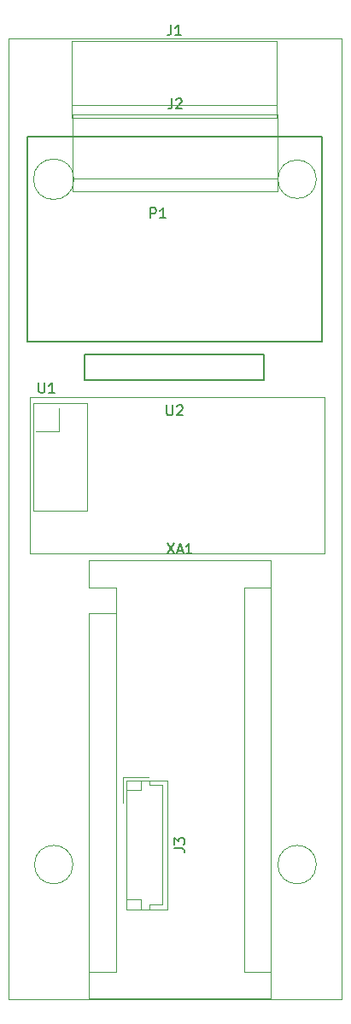
<source format=gbr>
G04 #@! TF.FileFunction,Legend,Top*
%FSLAX46Y46*%
G04 Gerber Fmt 4.6, Leading zero omitted, Abs format (unit mm)*
G04 Created by KiCad (PCBNEW 4.0.7) date 10/21/18 23:26:18*
%MOMM*%
%LPD*%
G01*
G04 APERTURE LIST*
%ADD10C,0.100000*%
%ADD11C,0.120000*%
%ADD12C,0.150000*%
G04 APERTURE END LIST*
D10*
X33020000Y0D02*
X0Y0D01*
X0Y95250000D02*
X33020000Y95250000D01*
X30480000Y81280000D02*
G75*
G03X30480000Y81280000I-1905000J0D01*
G01*
X6453046Y81280000D02*
G75*
G03X6453046Y81280000I-2008046J0D01*
G01*
X30480000Y13335000D02*
G75*
G03X30480000Y13335000I-1905000J0D01*
G01*
X6350000Y13335000D02*
G75*
G03X6350000Y13335000I-1905000J0D01*
G01*
X33020000Y95250000D02*
X33020000Y0D01*
X0Y0D02*
X0Y95250000D01*
D11*
X6261100Y95021400D02*
X6261100Y87401400D01*
X26581100Y87401400D02*
X26581100Y95021400D01*
X26581100Y88671400D02*
X6261100Y88671400D01*
X6261100Y95021400D02*
X26581100Y95021400D01*
X6261100Y87401400D02*
X26581100Y87401400D01*
D12*
X1816100Y85496400D02*
X31026100Y85496400D01*
X31026100Y85496400D02*
X31026100Y65176400D01*
X31026100Y65176400D02*
X1816100Y65176400D01*
X1816100Y65176400D02*
X1816100Y85496400D01*
D11*
X2451100Y59080400D02*
X7785100Y59080400D01*
X7785100Y59080400D02*
X7785100Y48412400D01*
X7785100Y48412400D02*
X2451100Y48412400D01*
X2451100Y48412400D02*
X2451100Y48412400D01*
X4991100Y58572400D02*
X4991100Y56286400D01*
X4991100Y56286400D02*
X2705100Y56286400D01*
X2705100Y56286400D02*
X2705100Y56286400D01*
X2121100Y59656400D02*
X31321100Y59656400D01*
X31321100Y59656400D02*
X31321100Y44206400D01*
X31321100Y44206400D02*
X2121100Y44206400D01*
X2121100Y44206400D02*
X2121100Y59656400D01*
X2121100Y59656400D02*
X2121100Y59656400D01*
X2451100Y48412400D02*
X2451100Y59080400D01*
X2451100Y59080400D02*
X2451100Y59080400D01*
D12*
X7531100Y63906400D02*
X25311100Y63906400D01*
X25311100Y63906400D02*
X25311100Y61366400D01*
X25311100Y61366400D02*
X7531100Y61366400D01*
X7531100Y61366400D02*
X7531100Y63906400D01*
D11*
X10617200Y38277800D02*
X10617200Y40817800D01*
X10617200Y40817800D02*
X7947200Y40817800D01*
X7947200Y38277800D02*
X7947200Y47800D01*
X7947200Y43487800D02*
X7947200Y40817800D01*
X23317200Y40817800D02*
X25987200Y40817800D01*
X23317200Y40817800D02*
X23317200Y2717800D01*
X23317200Y2717800D02*
X25987200Y2717800D01*
X10617200Y38277800D02*
X7947200Y38277800D01*
X10617200Y38277800D02*
X10617200Y2717800D01*
X10617200Y2717800D02*
X7947200Y2717800D01*
X7947200Y47800D02*
X25987200Y47800D01*
X25987200Y47800D02*
X25987200Y43487800D01*
X25987200Y43487800D02*
X7947200Y43487800D01*
X6350000Y87739999D02*
X6350000Y80119999D01*
X26670000Y80119999D02*
X26670000Y87739999D01*
X26670000Y81389999D02*
X6350000Y81389999D01*
X6350000Y87739999D02*
X26670000Y87739999D01*
X6350000Y80119999D02*
X26670000Y80119999D01*
X15720000Y21700000D02*
X11620000Y21700000D01*
X11620000Y21700000D02*
X11620000Y8900000D01*
X11620000Y8900000D02*
X15720000Y8900000D01*
X15720000Y8900000D02*
X15720000Y21700000D01*
X13970000Y21700000D02*
X13970000Y21200000D01*
X13970000Y21200000D02*
X15220000Y21200000D01*
X15220000Y21200000D02*
X15220000Y9400000D01*
X15220000Y9400000D02*
X13970000Y9400000D01*
X13970000Y9400000D02*
X13970000Y8900000D01*
X13120000Y21700000D02*
X13120000Y20700000D01*
X13120000Y20700000D02*
X11620000Y20700000D01*
X13120000Y8900000D02*
X13120000Y9900000D01*
X13120000Y9900000D02*
X11620000Y9900000D01*
X13820000Y22000000D02*
X11320000Y22000000D01*
X11320000Y22000000D02*
X11320000Y19500000D01*
D12*
X16067767Y96559019D02*
X16067767Y95844733D01*
X16020147Y95701876D01*
X15924909Y95606638D01*
X15782052Y95559019D01*
X15686814Y95559019D01*
X17067767Y95559019D02*
X16496338Y95559019D01*
X16782052Y95559019D02*
X16782052Y96559019D01*
X16686814Y96416162D01*
X16591576Y96320924D01*
X16496338Y96273305D01*
X14032005Y77432019D02*
X14032005Y78432019D01*
X14412958Y78432019D01*
X14508196Y78384400D01*
X14555815Y78336781D01*
X14603434Y78241543D01*
X14603434Y78098686D01*
X14555815Y78003448D01*
X14508196Y77955829D01*
X14412958Y77908210D01*
X14032005Y77908210D01*
X15555815Y77432019D02*
X14984386Y77432019D01*
X15270100Y77432019D02*
X15270100Y78432019D01*
X15174862Y78289162D01*
X15079624Y78193924D01*
X14984386Y78146305D01*
X2959195Y61104019D02*
X2959195Y60294495D01*
X3006814Y60199257D01*
X3054433Y60151638D01*
X3149671Y60104019D01*
X3340148Y60104019D01*
X3435386Y60151638D01*
X3483005Y60199257D01*
X3530624Y60294495D01*
X3530624Y61104019D01*
X4530624Y60104019D02*
X3959195Y60104019D01*
X4244909Y60104019D02*
X4244909Y61104019D01*
X4149671Y60961162D01*
X4054433Y60865924D01*
X3959195Y60818305D01*
X15659195Y58874019D02*
X15659195Y58064495D01*
X15706814Y57969257D01*
X15754433Y57921638D01*
X15849671Y57874019D01*
X16040148Y57874019D01*
X16135386Y57921638D01*
X16183005Y57969257D01*
X16230624Y58064495D01*
X16230624Y58874019D01*
X16659195Y58778781D02*
X16706814Y58826400D01*
X16802052Y58874019D01*
X17040148Y58874019D01*
X17135386Y58826400D01*
X17183005Y58778781D01*
X17230624Y58683543D01*
X17230624Y58588305D01*
X17183005Y58445448D01*
X16611576Y57874019D01*
X17230624Y57874019D01*
X15729105Y45175419D02*
X16395772Y44175419D01*
X16395772Y45175419D02*
X15729105Y44175419D01*
X16729105Y44461133D02*
X17205296Y44461133D01*
X16633867Y44175419D02*
X16967200Y45175419D01*
X17300534Y44175419D01*
X18157677Y44175419D02*
X17586248Y44175419D01*
X17871962Y44175419D02*
X17871962Y45175419D01*
X17776724Y45032562D01*
X17681486Y44937324D01*
X17586248Y44889705D01*
X16156667Y89277618D02*
X16156667Y88563332D01*
X16109047Y88420475D01*
X16013809Y88325237D01*
X15870952Y88277618D01*
X15775714Y88277618D01*
X16585238Y89182380D02*
X16632857Y89229999D01*
X16728095Y89277618D01*
X16966191Y89277618D01*
X17061429Y89229999D01*
X17109048Y89182380D01*
X17156667Y89087142D01*
X17156667Y88991904D01*
X17109048Y88849047D01*
X16537619Y88277618D01*
X17156667Y88277618D01*
X16422381Y14966667D02*
X17136667Y14966667D01*
X17279524Y14919047D01*
X17374762Y14823809D01*
X17422381Y14680952D01*
X17422381Y14585714D01*
X16422381Y15347619D02*
X16422381Y15966667D01*
X16803333Y15633333D01*
X16803333Y15776191D01*
X16850952Y15871429D01*
X16898571Y15919048D01*
X16993810Y15966667D01*
X17231905Y15966667D01*
X17327143Y15919048D01*
X17374762Y15871429D01*
X17422381Y15776191D01*
X17422381Y15490476D01*
X17374762Y15395238D01*
X17327143Y15347619D01*
M02*

</source>
